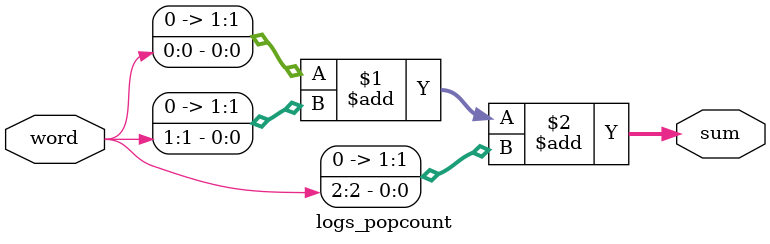
<source format=v>
/*
 * Copyright (c) 2024 Zachary Catlin
 * SPDX-License-Identifier: Apache-2.0
 */

`default_nettype none

// sets `sum` to the sum of the NBITS bits of `word`

module logs_popcount #(
  parameter NBITS = 3
) (
  input  wire [(NBITS-1):0]           word,  // the word whose bits we're going to sum
  output wire [($clog2(NBITS+1)-1):0] sum    // the resulting population count
);

  parameter HALF = NBITS / 2;

  // widths
  parameter WHALF = $clog2(HALF + 1);
  parameter WREST = $clog2(NBITS - HALF + 1);
  parameter W_ALL = $clog2(NBITS + 1);

  generate
    if (NBITS == 1) begin : gen_1bit
      assign sum = word[0];
    end
    else if (NBITS == 2) begin : gen_2bits
      assign sum = {1'b0,word[0]} + {1'b0,word[1]};
    end
    else if (NBITS == 3) begin : gen_3bits
      assign sum = {1'b0,word[0]} + {1'b0,word[1]} + {1'b0,word[2]};
    end
    else begin : gen_recurse
      wire [(WHALF-1):0] lo_sum;
      wire [(WREST-1):0] hi_sum;

      logs_popcount #(HALF) low_bits(
        .word(word[(HALF-1):0]),
        .sum(lo_sum)
      );

      logs_popcount #(NBITS - HALF) high_bits(
        .word(word[(NBITS-1):HALF]),
        .sum(hi_sum)
      );

      assign sum
        = { {(W_ALL-WHALF){1'b0}}, lo_sum } + { {(W_ALL-WREST){1'b0}}, hi_sum };
    end
  endgenerate

endmodule

</source>
